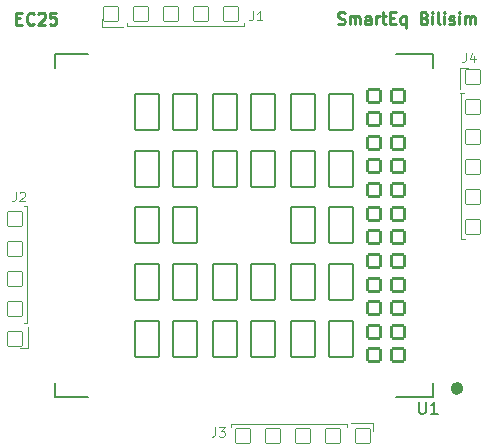
<source format=gto>
G04 #@! TF.GenerationSoftware,KiCad,Pcbnew,8.0.0-rc1*
G04 #@! TF.CreationDate,2024-10-05T12:40:09+03:00*
G04 #@! TF.ProjectId,EC25_module,45433235-5f6d-46f6-9475-6c652e6b6963,rev?*
G04 #@! TF.SameCoordinates,Original*
G04 #@! TF.FileFunction,Legend,Top*
G04 #@! TF.FilePolarity,Positive*
%FSLAX46Y46*%
G04 Gerber Fmt 4.6, Leading zero omitted, Abs format (unit mm)*
G04 Created by KiCad (PCBNEW 8.0.0-rc1) date 2024-10-05 12:40:09*
%MOMM*%
%LPD*%
G01*
G04 APERTURE LIST*
G04 Aperture macros list*
%AMRoundRect*
0 Rectangle with rounded corners*
0 $1 Rounding radius*
0 $2 $3 $4 $5 $6 $7 $8 $9 X,Y pos of 4 corners*
0 Add a 4 corners polygon primitive as box body*
4,1,4,$2,$3,$4,$5,$6,$7,$8,$9,$2,$3,0*
0 Add four circle primitives for the rounded corners*
1,1,$1+$1,$2,$3*
1,1,$1+$1,$4,$5*
1,1,$1+$1,$6,$7*
1,1,$1+$1,$8,$9*
0 Add four rect primitives between the rounded corners*
20,1,$1+$1,$2,$3,$4,$5,0*
20,1,$1+$1,$4,$5,$6,$7,0*
20,1,$1+$1,$6,$7,$8,$9,0*
20,1,$1+$1,$8,$9,$2,$3,0*%
G04 Aperture macros list end*
%ADD10C,0.250000*%
%ADD11C,0.100000*%
%ADD12C,0.150000*%
%ADD13C,0.120000*%
%ADD14C,0.127000*%
%ADD15C,0.700000*%
%ADD16RoundRect,0.040000X-0.600000X0.625000X-0.600000X-0.625000X0.600000X-0.625000X0.600000X0.625000X0*%
%ADD17RoundRect,0.040000X0.600000X-0.625000X0.600000X0.625000X-0.600000X0.625000X-0.600000X-0.625000X0*%
%ADD18RoundRect,0.040000X0.625000X0.600000X-0.625000X0.600000X-0.625000X-0.600000X0.625000X-0.600000X0*%
%ADD19O,2.704000X1.004000*%
%ADD20O,1.004000X2.704000*%
%ADD21RoundRect,0.102000X1.000000X1.500000X-1.000000X1.500000X-1.000000X-1.500000X1.000000X-1.500000X0*%
%ADD22RoundRect,0.102000X0.550000X0.550000X-0.550000X0.550000X-0.550000X-0.550000X0.550000X-0.550000X0*%
%ADD23RoundRect,0.040000X-0.625000X-0.600000X0.625000X-0.600000X0.625000X0.600000X-0.625000X0.600000X0*%
G04 APERTURE END LIST*
D10*
X134344949Y-78937000D02*
X134487806Y-78984619D01*
X134487806Y-78984619D02*
X134725901Y-78984619D01*
X134725901Y-78984619D02*
X134821139Y-78937000D01*
X134821139Y-78937000D02*
X134868758Y-78889380D01*
X134868758Y-78889380D02*
X134916377Y-78794142D01*
X134916377Y-78794142D02*
X134916377Y-78698904D01*
X134916377Y-78698904D02*
X134868758Y-78603666D01*
X134868758Y-78603666D02*
X134821139Y-78556047D01*
X134821139Y-78556047D02*
X134725901Y-78508428D01*
X134725901Y-78508428D02*
X134535425Y-78460809D01*
X134535425Y-78460809D02*
X134440187Y-78413190D01*
X134440187Y-78413190D02*
X134392568Y-78365571D01*
X134392568Y-78365571D02*
X134344949Y-78270333D01*
X134344949Y-78270333D02*
X134344949Y-78175095D01*
X134344949Y-78175095D02*
X134392568Y-78079857D01*
X134392568Y-78079857D02*
X134440187Y-78032238D01*
X134440187Y-78032238D02*
X134535425Y-77984619D01*
X134535425Y-77984619D02*
X134773520Y-77984619D01*
X134773520Y-77984619D02*
X134916377Y-78032238D01*
X135344949Y-78984619D02*
X135344949Y-78317952D01*
X135344949Y-78413190D02*
X135392568Y-78365571D01*
X135392568Y-78365571D02*
X135487806Y-78317952D01*
X135487806Y-78317952D02*
X135630663Y-78317952D01*
X135630663Y-78317952D02*
X135725901Y-78365571D01*
X135725901Y-78365571D02*
X135773520Y-78460809D01*
X135773520Y-78460809D02*
X135773520Y-78984619D01*
X135773520Y-78460809D02*
X135821139Y-78365571D01*
X135821139Y-78365571D02*
X135916377Y-78317952D01*
X135916377Y-78317952D02*
X136059234Y-78317952D01*
X136059234Y-78317952D02*
X136154473Y-78365571D01*
X136154473Y-78365571D02*
X136202092Y-78460809D01*
X136202092Y-78460809D02*
X136202092Y-78984619D01*
X137106853Y-78984619D02*
X137106853Y-78460809D01*
X137106853Y-78460809D02*
X137059234Y-78365571D01*
X137059234Y-78365571D02*
X136963996Y-78317952D01*
X136963996Y-78317952D02*
X136773520Y-78317952D01*
X136773520Y-78317952D02*
X136678282Y-78365571D01*
X137106853Y-78937000D02*
X137011615Y-78984619D01*
X137011615Y-78984619D02*
X136773520Y-78984619D01*
X136773520Y-78984619D02*
X136678282Y-78937000D01*
X136678282Y-78937000D02*
X136630663Y-78841761D01*
X136630663Y-78841761D02*
X136630663Y-78746523D01*
X136630663Y-78746523D02*
X136678282Y-78651285D01*
X136678282Y-78651285D02*
X136773520Y-78603666D01*
X136773520Y-78603666D02*
X137011615Y-78603666D01*
X137011615Y-78603666D02*
X137106853Y-78556047D01*
X137583044Y-78984619D02*
X137583044Y-78317952D01*
X137583044Y-78508428D02*
X137630663Y-78413190D01*
X137630663Y-78413190D02*
X137678282Y-78365571D01*
X137678282Y-78365571D02*
X137773520Y-78317952D01*
X137773520Y-78317952D02*
X137868758Y-78317952D01*
X138059235Y-78317952D02*
X138440187Y-78317952D01*
X138202092Y-77984619D02*
X138202092Y-78841761D01*
X138202092Y-78841761D02*
X138249711Y-78937000D01*
X138249711Y-78937000D02*
X138344949Y-78984619D01*
X138344949Y-78984619D02*
X138440187Y-78984619D01*
X138773521Y-78460809D02*
X139106854Y-78460809D01*
X139249711Y-78984619D02*
X138773521Y-78984619D01*
X138773521Y-78984619D02*
X138773521Y-77984619D01*
X138773521Y-77984619D02*
X139249711Y-77984619D01*
X140106854Y-78317952D02*
X140106854Y-79317952D01*
X140106854Y-78937000D02*
X140011616Y-78984619D01*
X140011616Y-78984619D02*
X139821140Y-78984619D01*
X139821140Y-78984619D02*
X139725902Y-78937000D01*
X139725902Y-78937000D02*
X139678283Y-78889380D01*
X139678283Y-78889380D02*
X139630664Y-78794142D01*
X139630664Y-78794142D02*
X139630664Y-78508428D01*
X139630664Y-78508428D02*
X139678283Y-78413190D01*
X139678283Y-78413190D02*
X139725902Y-78365571D01*
X139725902Y-78365571D02*
X139821140Y-78317952D01*
X139821140Y-78317952D02*
X140011616Y-78317952D01*
X140011616Y-78317952D02*
X140106854Y-78365571D01*
X141678283Y-78460809D02*
X141821140Y-78508428D01*
X141821140Y-78508428D02*
X141868759Y-78556047D01*
X141868759Y-78556047D02*
X141916378Y-78651285D01*
X141916378Y-78651285D02*
X141916378Y-78794142D01*
X141916378Y-78794142D02*
X141868759Y-78889380D01*
X141868759Y-78889380D02*
X141821140Y-78937000D01*
X141821140Y-78937000D02*
X141725902Y-78984619D01*
X141725902Y-78984619D02*
X141344950Y-78984619D01*
X141344950Y-78984619D02*
X141344950Y-77984619D01*
X141344950Y-77984619D02*
X141678283Y-77984619D01*
X141678283Y-77984619D02*
X141773521Y-78032238D01*
X141773521Y-78032238D02*
X141821140Y-78079857D01*
X141821140Y-78079857D02*
X141868759Y-78175095D01*
X141868759Y-78175095D02*
X141868759Y-78270333D01*
X141868759Y-78270333D02*
X141821140Y-78365571D01*
X141821140Y-78365571D02*
X141773521Y-78413190D01*
X141773521Y-78413190D02*
X141678283Y-78460809D01*
X141678283Y-78460809D02*
X141344950Y-78460809D01*
X142344950Y-78984619D02*
X142344950Y-78317952D01*
X142344950Y-77984619D02*
X142297331Y-78032238D01*
X142297331Y-78032238D02*
X142344950Y-78079857D01*
X142344950Y-78079857D02*
X142392569Y-78032238D01*
X142392569Y-78032238D02*
X142344950Y-77984619D01*
X142344950Y-77984619D02*
X142344950Y-78079857D01*
X142963997Y-78984619D02*
X142868759Y-78937000D01*
X142868759Y-78937000D02*
X142821140Y-78841761D01*
X142821140Y-78841761D02*
X142821140Y-77984619D01*
X143344950Y-78984619D02*
X143344950Y-78317952D01*
X143344950Y-77984619D02*
X143297331Y-78032238D01*
X143297331Y-78032238D02*
X143344950Y-78079857D01*
X143344950Y-78079857D02*
X143392569Y-78032238D01*
X143392569Y-78032238D02*
X143344950Y-77984619D01*
X143344950Y-77984619D02*
X143344950Y-78079857D01*
X143773521Y-78937000D02*
X143868759Y-78984619D01*
X143868759Y-78984619D02*
X144059235Y-78984619D01*
X144059235Y-78984619D02*
X144154473Y-78937000D01*
X144154473Y-78937000D02*
X144202092Y-78841761D01*
X144202092Y-78841761D02*
X144202092Y-78794142D01*
X144202092Y-78794142D02*
X144154473Y-78698904D01*
X144154473Y-78698904D02*
X144059235Y-78651285D01*
X144059235Y-78651285D02*
X143916378Y-78651285D01*
X143916378Y-78651285D02*
X143821140Y-78603666D01*
X143821140Y-78603666D02*
X143773521Y-78508428D01*
X143773521Y-78508428D02*
X143773521Y-78460809D01*
X143773521Y-78460809D02*
X143821140Y-78365571D01*
X143821140Y-78365571D02*
X143916378Y-78317952D01*
X143916378Y-78317952D02*
X144059235Y-78317952D01*
X144059235Y-78317952D02*
X144154473Y-78365571D01*
X144630664Y-78984619D02*
X144630664Y-78317952D01*
X144630664Y-77984619D02*
X144583045Y-78032238D01*
X144583045Y-78032238D02*
X144630664Y-78079857D01*
X144630664Y-78079857D02*
X144678283Y-78032238D01*
X144678283Y-78032238D02*
X144630664Y-77984619D01*
X144630664Y-77984619D02*
X144630664Y-78079857D01*
X145106854Y-78984619D02*
X145106854Y-78317952D01*
X145106854Y-78413190D02*
X145154473Y-78365571D01*
X145154473Y-78365571D02*
X145249711Y-78317952D01*
X145249711Y-78317952D02*
X145392568Y-78317952D01*
X145392568Y-78317952D02*
X145487806Y-78365571D01*
X145487806Y-78365571D02*
X145535425Y-78460809D01*
X145535425Y-78460809D02*
X145535425Y-78984619D01*
X145535425Y-78460809D02*
X145583044Y-78365571D01*
X145583044Y-78365571D02*
X145678282Y-78317952D01*
X145678282Y-78317952D02*
X145821139Y-78317952D01*
X145821139Y-78317952D02*
X145916378Y-78365571D01*
X145916378Y-78365571D02*
X145963997Y-78460809D01*
X145963997Y-78460809D02*
X145963997Y-78984619D01*
X107122568Y-78500809D02*
X107455901Y-78500809D01*
X107598758Y-79024619D02*
X107122568Y-79024619D01*
X107122568Y-79024619D02*
X107122568Y-78024619D01*
X107122568Y-78024619D02*
X107598758Y-78024619D01*
X108598758Y-78929380D02*
X108551139Y-78977000D01*
X108551139Y-78977000D02*
X108408282Y-79024619D01*
X108408282Y-79024619D02*
X108313044Y-79024619D01*
X108313044Y-79024619D02*
X108170187Y-78977000D01*
X108170187Y-78977000D02*
X108074949Y-78881761D01*
X108074949Y-78881761D02*
X108027330Y-78786523D01*
X108027330Y-78786523D02*
X107979711Y-78596047D01*
X107979711Y-78596047D02*
X107979711Y-78453190D01*
X107979711Y-78453190D02*
X108027330Y-78262714D01*
X108027330Y-78262714D02*
X108074949Y-78167476D01*
X108074949Y-78167476D02*
X108170187Y-78072238D01*
X108170187Y-78072238D02*
X108313044Y-78024619D01*
X108313044Y-78024619D02*
X108408282Y-78024619D01*
X108408282Y-78024619D02*
X108551139Y-78072238D01*
X108551139Y-78072238D02*
X108598758Y-78119857D01*
X108979711Y-78119857D02*
X109027330Y-78072238D01*
X109027330Y-78072238D02*
X109122568Y-78024619D01*
X109122568Y-78024619D02*
X109360663Y-78024619D01*
X109360663Y-78024619D02*
X109455901Y-78072238D01*
X109455901Y-78072238D02*
X109503520Y-78119857D01*
X109503520Y-78119857D02*
X109551139Y-78215095D01*
X109551139Y-78215095D02*
X109551139Y-78310333D01*
X109551139Y-78310333D02*
X109503520Y-78453190D01*
X109503520Y-78453190D02*
X108932092Y-79024619D01*
X108932092Y-79024619D02*
X109551139Y-79024619D01*
X110455901Y-78024619D02*
X109979711Y-78024619D01*
X109979711Y-78024619D02*
X109932092Y-78500809D01*
X109932092Y-78500809D02*
X109979711Y-78453190D01*
X109979711Y-78453190D02*
X110074949Y-78405571D01*
X110074949Y-78405571D02*
X110313044Y-78405571D01*
X110313044Y-78405571D02*
X110408282Y-78453190D01*
X110408282Y-78453190D02*
X110455901Y-78500809D01*
X110455901Y-78500809D02*
X110503520Y-78596047D01*
X110503520Y-78596047D02*
X110503520Y-78834142D01*
X110503520Y-78834142D02*
X110455901Y-78929380D01*
X110455901Y-78929380D02*
X110408282Y-78977000D01*
X110408282Y-78977000D02*
X110313044Y-79024619D01*
X110313044Y-79024619D02*
X110074949Y-79024619D01*
X110074949Y-79024619D02*
X109979711Y-78977000D01*
X109979711Y-78977000D02*
X109932092Y-78929380D01*
D11*
X127153333Y-77854895D02*
X127153333Y-78426323D01*
X127153333Y-78426323D02*
X127115238Y-78540609D01*
X127115238Y-78540609D02*
X127039047Y-78616800D01*
X127039047Y-78616800D02*
X126924762Y-78654895D01*
X126924762Y-78654895D02*
X126848571Y-78654895D01*
X127953333Y-78654895D02*
X127496190Y-78654895D01*
X127724762Y-78654895D02*
X127724762Y-77854895D01*
X127724762Y-77854895D02*
X127648571Y-77969180D01*
X127648571Y-77969180D02*
X127572381Y-78045371D01*
X127572381Y-78045371D02*
X127496190Y-78083466D01*
X123953333Y-113114895D02*
X123953333Y-113686323D01*
X123953333Y-113686323D02*
X123915238Y-113800609D01*
X123915238Y-113800609D02*
X123839047Y-113876800D01*
X123839047Y-113876800D02*
X123724762Y-113914895D01*
X123724762Y-113914895D02*
X123648571Y-113914895D01*
X124258095Y-113114895D02*
X124753333Y-113114895D01*
X124753333Y-113114895D02*
X124486667Y-113419657D01*
X124486667Y-113419657D02*
X124600952Y-113419657D01*
X124600952Y-113419657D02*
X124677143Y-113457752D01*
X124677143Y-113457752D02*
X124715238Y-113495847D01*
X124715238Y-113495847D02*
X124753333Y-113572038D01*
X124753333Y-113572038D02*
X124753333Y-113762514D01*
X124753333Y-113762514D02*
X124715238Y-113838704D01*
X124715238Y-113838704D02*
X124677143Y-113876800D01*
X124677143Y-113876800D02*
X124600952Y-113914895D01*
X124600952Y-113914895D02*
X124372381Y-113914895D01*
X124372381Y-113914895D02*
X124296190Y-113876800D01*
X124296190Y-113876800D02*
X124258095Y-113838704D01*
X145163333Y-81424895D02*
X145163333Y-81996323D01*
X145163333Y-81996323D02*
X145125238Y-82110609D01*
X145125238Y-82110609D02*
X145049047Y-82186800D01*
X145049047Y-82186800D02*
X144934762Y-82224895D01*
X144934762Y-82224895D02*
X144858571Y-82224895D01*
X145887143Y-81691561D02*
X145887143Y-82224895D01*
X145696667Y-81386800D02*
X145506190Y-81958228D01*
X145506190Y-81958228D02*
X146001429Y-81958228D01*
D12*
X141208095Y-110974819D02*
X141208095Y-111784342D01*
X141208095Y-111784342D02*
X141255714Y-111879580D01*
X141255714Y-111879580D02*
X141303333Y-111927200D01*
X141303333Y-111927200D02*
X141398571Y-111974819D01*
X141398571Y-111974819D02*
X141589047Y-111974819D01*
X141589047Y-111974819D02*
X141684285Y-111927200D01*
X141684285Y-111927200D02*
X141731904Y-111879580D01*
X141731904Y-111879580D02*
X141779523Y-111784342D01*
X141779523Y-111784342D02*
X141779523Y-110974819D01*
X142779523Y-111974819D02*
X142208095Y-111974819D01*
X142493809Y-111974819D02*
X142493809Y-110974819D01*
X142493809Y-110974819D02*
X142398571Y-111117676D01*
X142398571Y-111117676D02*
X142303333Y-111212914D01*
X142303333Y-111212914D02*
X142208095Y-111260533D01*
D11*
X107073333Y-93174895D02*
X107073333Y-93746323D01*
X107073333Y-93746323D02*
X107035238Y-93860609D01*
X107035238Y-93860609D02*
X106959047Y-93936800D01*
X106959047Y-93936800D02*
X106844762Y-93974895D01*
X106844762Y-93974895D02*
X106768571Y-93974895D01*
X107416190Y-93251085D02*
X107454286Y-93212990D01*
X107454286Y-93212990D02*
X107530476Y-93174895D01*
X107530476Y-93174895D02*
X107720952Y-93174895D01*
X107720952Y-93174895D02*
X107797143Y-93212990D01*
X107797143Y-93212990D02*
X107835238Y-93251085D01*
X107835238Y-93251085D02*
X107873333Y-93327276D01*
X107873333Y-93327276D02*
X107873333Y-93403466D01*
X107873333Y-93403466D02*
X107835238Y-93517752D01*
X107835238Y-93517752D02*
X107378095Y-93974895D01*
X107378095Y-93974895D02*
X107873333Y-93974895D01*
D13*
X114345000Y-79225254D02*
X114345000Y-78530254D01*
X116180000Y-79225000D02*
X114345000Y-79225254D01*
X116505208Y-79179640D02*
X116504792Y-78910000D01*
X116505208Y-79179640D02*
X126370000Y-79175253D01*
X126395000Y-79175253D02*
X126395000Y-78874746D01*
X125255000Y-112824747D02*
X125255000Y-113125254D01*
X135144792Y-112820360D02*
X125280000Y-112824747D01*
X135144792Y-112820360D02*
X135145208Y-113090000D01*
X135470000Y-112775000D02*
X137305000Y-112774746D01*
X137305000Y-112774746D02*
X137305000Y-113469746D01*
X144664746Y-82655000D02*
X145359746Y-82655000D01*
X144665000Y-84490000D02*
X144664746Y-82655000D01*
X144710360Y-84815208D02*
X145019640Y-84814792D01*
X144730857Y-84815209D02*
X144735429Y-97180000D01*
X144735429Y-97180000D02*
X145144572Y-97180000D01*
D14*
X110420000Y-81530000D02*
X110420000Y-82710000D01*
X110420000Y-81530000D02*
X113150000Y-81530000D01*
X110420000Y-110530000D02*
X110420000Y-109350000D01*
X110420000Y-110530000D02*
X113150000Y-110530000D01*
X142420000Y-81530000D02*
X139290000Y-81530000D01*
X142420000Y-81530000D02*
X142420000Y-82710000D01*
X142420000Y-110530000D02*
X139290000Y-110530000D01*
X142420000Y-110530000D02*
X142420000Y-109350000D01*
D15*
X144620000Y-109830000D02*
G75*
G02*
X144220000Y-109830000I-200000J0D01*
G01*
X144220000Y-109830000D02*
G75*
G02*
X144620000Y-109830000I200000J0D01*
G01*
D13*
X108055253Y-94385000D02*
X107754746Y-94385000D01*
X108059640Y-104274792D02*
X107790000Y-104275208D01*
X108059640Y-104274792D02*
X108055253Y-94410000D01*
X108105000Y-104600000D02*
X108105254Y-106435000D01*
X108105254Y-106435000D02*
X107410254Y-106435000D01*
%LPC*%
D16*
X125330000Y-78125000D03*
X122790000Y-78125000D03*
X120250000Y-78125000D03*
X117710000Y-78125000D03*
X115170000Y-78125000D03*
D17*
X126320000Y-113875000D03*
X128860000Y-113875000D03*
X131400000Y-113875000D03*
X133940000Y-113875000D03*
X136480000Y-113875000D03*
D18*
X145765000Y-96180000D03*
X145765000Y-93640000D03*
X145765000Y-91100000D03*
X145765000Y-88560000D03*
X145765000Y-86020000D03*
X145765000Y-83480000D03*
D19*
X142170000Y-108630000D03*
X142170000Y-107330000D03*
X142170000Y-106030000D03*
X142170000Y-104730000D03*
X142170000Y-103430000D03*
X142170000Y-102130000D03*
X142170000Y-100830000D03*
X142170000Y-96430000D03*
X142170000Y-95130000D03*
X142170000Y-93830000D03*
X142170000Y-92530000D03*
X142170000Y-91230000D03*
X142170000Y-89930000D03*
X142170000Y-88630000D03*
X142170000Y-87330000D03*
X142170000Y-86030000D03*
X142170000Y-84730000D03*
X142170000Y-83430000D03*
D20*
X135970000Y-81780000D03*
X134670000Y-81780000D03*
X133370000Y-81780000D03*
X132070000Y-81780000D03*
X130770000Y-81780000D03*
X129470000Y-81780000D03*
X128170000Y-81780000D03*
X126870000Y-81780000D03*
X125570000Y-81780000D03*
X124270000Y-81780000D03*
X122970000Y-81780000D03*
X121670000Y-81780000D03*
X120370000Y-81780000D03*
X119070000Y-81780000D03*
X117770000Y-81780000D03*
X116470000Y-81780000D03*
X115170000Y-81780000D03*
X113870000Y-81780000D03*
D19*
X110670000Y-83430000D03*
X110670000Y-84730000D03*
X110670000Y-86030000D03*
X110670000Y-87330000D03*
X110670000Y-88630000D03*
X110670000Y-89930000D03*
X110670000Y-91230000D03*
X110670000Y-92530000D03*
X110670000Y-93830000D03*
X110670000Y-95130000D03*
X110670000Y-96430000D03*
X110670000Y-100830000D03*
X110670000Y-102130000D03*
X110670000Y-103430000D03*
X110670000Y-104730000D03*
X110670000Y-106030000D03*
X110670000Y-107330000D03*
X110670000Y-108630000D03*
D20*
X113870000Y-110280000D03*
X115170000Y-110280000D03*
X116470000Y-110280000D03*
X117770000Y-110280000D03*
X119070000Y-110280000D03*
X120370000Y-110280000D03*
X121670000Y-110280000D03*
X122970000Y-110280000D03*
X124270000Y-110280000D03*
X125570000Y-110280000D03*
X126870000Y-110280000D03*
X128170000Y-110280000D03*
X129470000Y-110280000D03*
X130770000Y-110280000D03*
X132070000Y-110280000D03*
X133370000Y-110280000D03*
X134670000Y-110280000D03*
X135970000Y-110280000D03*
D21*
X118220000Y-105630000D03*
X118220000Y-100830000D03*
X118220000Y-96030000D03*
X118220000Y-91230000D03*
X118220000Y-86430000D03*
X121420000Y-105630000D03*
X121420000Y-100830000D03*
X121420000Y-96030000D03*
X121420000Y-91230000D03*
X121420000Y-86430000D03*
X124820000Y-105630000D03*
X124820000Y-100830000D03*
X124820000Y-91230000D03*
X124820000Y-86430000D03*
X128020000Y-105630000D03*
X128020000Y-100830000D03*
X128020000Y-91230000D03*
X128020000Y-86430000D03*
X131420000Y-105630000D03*
X131420000Y-100830000D03*
X131420000Y-96030000D03*
X131420000Y-91230000D03*
X131420000Y-86430000D03*
X134620000Y-105630000D03*
X134620000Y-100830000D03*
X134620000Y-96030000D03*
X134620000Y-91230000D03*
X134620000Y-86430000D03*
D20*
X137270000Y-110280000D03*
X138570000Y-110280000D03*
X137270000Y-81780000D03*
X138570000Y-81780000D03*
D22*
X137420000Y-107030000D03*
X137420000Y-105030000D03*
X137420000Y-103030000D03*
X137420000Y-101030000D03*
X137420000Y-99030000D03*
X137420000Y-97030000D03*
X137420000Y-95030000D03*
X137420000Y-93030000D03*
X137420000Y-91030000D03*
X137420000Y-89030000D03*
X137420000Y-87030000D03*
X137420000Y-85030000D03*
X139420000Y-107030000D03*
X139420000Y-105030000D03*
X139420000Y-103030000D03*
X139420000Y-101030000D03*
X139420000Y-99030000D03*
X139420000Y-97030000D03*
X139420000Y-95030000D03*
X139420000Y-93030000D03*
X139420000Y-91030000D03*
X139420000Y-89030000D03*
X139420000Y-87030000D03*
X139420000Y-85030000D03*
D19*
X142170000Y-99030000D03*
X142170000Y-97730000D03*
X110670000Y-97730000D03*
X110670000Y-99030000D03*
D23*
X107005000Y-95450000D03*
X107005000Y-97990000D03*
X107005000Y-100530000D03*
X107005000Y-103070000D03*
X107005000Y-105610000D03*
%LPD*%
M02*

</source>
